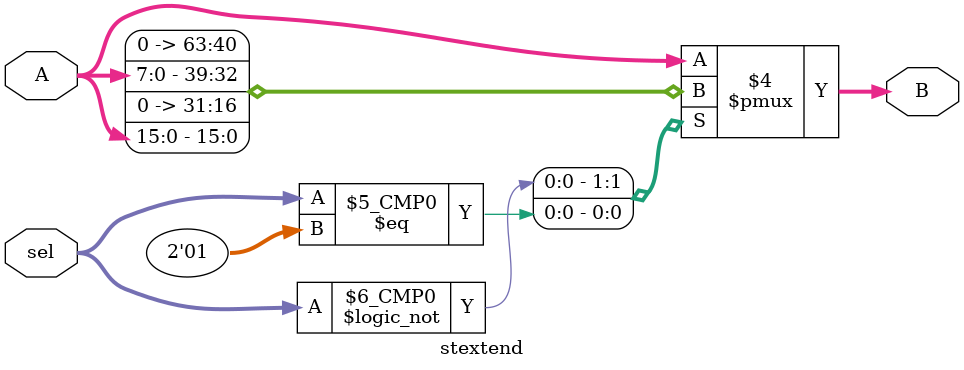
<source format=sv>
module stextend (input logic [31:0] A, input logic [1:0] sel, 
                output logic [31:0] B);
    always_comb begin
        case (sel)
            2'b00 : B = {24'b0, A[7:0]}; // do I really need the zero-ext?
            2'b01 : B = {16'b0, A[15:0]};
            2'b10 : B = A;

            default: B = A;
        endcase
    end

endmodule
</source>
